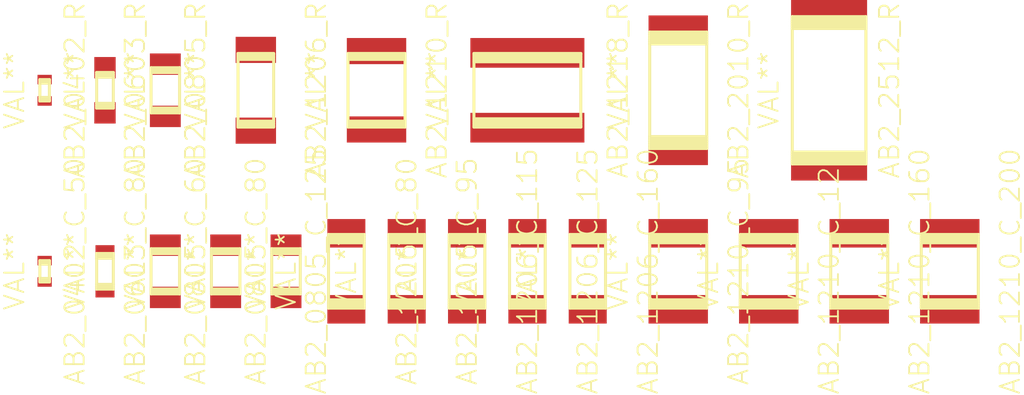
<source format=kicad_pcb>
(kicad_pcb (version 3) (host pcbnew "(2013-07-07 BZR 4022)-stable")

  (general
    (links 0)
    (no_connects 0)
    (area 8.1915 110.593012 302.9585 286.4485)
    (thickness 1.6)
    (drawings 0)
    (tracks 0)
    (zones 0)
    (modules 22)
    (nets 1)
  )

  (page A3)
  (layers
    (15 F.Cu signal)
    (0 B.Cu signal)
    (16 B.Adhes user)
    (17 F.Adhes user)
    (18 B.Paste user)
    (19 F.Paste user)
    (20 B.SilkS user)
    (21 F.SilkS user)
    (22 B.Mask user)
    (23 F.Mask user)
    (24 Dwgs.User user)
    (25 Cmts.User user)
    (26 Eco1.User user)
    (27 Eco2.User user)
    (28 Edge.Cuts user)
  )

  (setup
    (last_trace_width 0.254)
    (trace_clearance 0.254)
    (zone_clearance 0.1524)
    (zone_45_only no)
    (trace_min 0.254)
    (segment_width 0.2)
    (edge_width 0.1)
    (via_size 0.889)
    (via_drill 0.635)
    (via_min_size 0.889)
    (via_min_drill 0.508)
    (uvia_size 0.508)
    (uvia_drill 0.127)
    (uvias_allowed no)
    (uvia_min_size 0.508)
    (uvia_min_drill 0.127)
    (pcb_text_width 0.3)
    (pcb_text_size 1.5 1.5)
    (mod_edge_width 0.127)
    (mod_text_size 1 1)
    (mod_text_width 0.15)
    (pad_size 5.18 3.1)
    (pad_drill 0)
    (pad_to_mask_clearance 0)
    (aux_axis_origin 199.898 142.494)
    (visible_elements 7FFFFFFF)
    (pcbplotparams
      (layerselection 3178497)
      (usegerberextensions true)
      (excludeedgelayer true)
      (linewidth 0.150000)
      (plotframeref false)
      (viasonmask false)
      (mode 1)
      (useauxorigin false)
      (hpglpennumber 1)
      (hpglpenspeed 20)
      (hpglpendiameter 15)
      (hpglpenoverlay 2)
      (psnegative false)
      (psa4output false)
      (plotreference true)
      (plotvalue true)
      (plotothertext true)
      (plotinvisibletext false)
      (padsonsilk false)
      (subtractmaskfromsilk false)
      (outputformat 1)
      (mirror false)
      (drillshape 1)
      (scaleselection 1)
      (outputdirectory ""))
  )

  (net 0 "")

  (net_class Default "This is the default net class."
    (clearance 0.254)
    (trace_width 0.254)
    (via_dia 0.889)
    (via_drill 0.635)
    (uvia_dia 0.508)
    (uvia_drill 0.127)
    (add_net "")
  )

  (module AB2_0805_C_60 (layer F.Cu) (tedit 52937F64) (tstamp 529EEC46)
    (at 180.34 146.05 270)
    (fp_text reference AB2_0805_C_60 (at 0 -1.27 270) (layer F.SilkS)
      (effects (font (size 0.8128 0.8128) (thickness 0.0762)))
    )
    (fp_text value VAL** (at 0 1.27 270) (layer F.SilkS)
      (effects (font (size 0.8128 0.8128) (thickness 0.0762)))
    )
    (fp_line (start 0.85 0.6) (end 0.85 -0.6) (layer F.SilkS) (width 0.127))
    (fp_line (start 0.75 -0.6) (end 0.75 0.6) (layer F.SilkS) (width 0.127))
    (fp_line (start -0.85 0.6) (end -0.85 -0.6) (layer F.SilkS) (width 0.127))
    (fp_line (start -0.75 -0.6) (end -0.75 0.6) (layer F.SilkS) (width 0.127))
    (fp_line (start -0.95 -0.6) (end 0.95 -0.6) (layer F.SilkS) (width 0.127))
    (fp_line (start 0.95 -0.6) (end 0.95 0.6) (layer F.SilkS) (width 0.127))
    (fp_line (start 0.95 0.6) (end -0.95 0.6) (layer F.SilkS) (width 0.127))
    (fp_line (start -0.95 0.6) (end -0.95 -0.6) (layer F.SilkS) (width 0.127))
    (pad 1 smd rect (at -1.1 0 270) (size 0.9 1.3)
      (layers F.Cu F.Paste F.Mask)
    )
    (pad 2 smd rect (at 1.1 0 270) (size 0.9 1.3)
      (layers F.Cu F.Paste F.Mask)
    )
    (model ../3d_models/ab2_passive/AB2_0805_C_60.wrl
      (at (xyz 0 0 0))
      (scale (xyz 0.3937 0.3937 0.3937))
      (rotate (xyz 0 0 0))
    )
  )

  (module AB2_0805_R (layer F.Cu) (tedit 52A250DD) (tstamp 52A014AC)
    (at 180.34 138.43 270)
    (fp_text reference AB2_0805_R (at 0 -1.27 270) (layer F.SilkS)
      (effects (font (size 0.8128 0.8128) (thickness 0.0762)))
    )
    (fp_text value VAL** (at 0 1.27 270) (layer F.SilkS)
      (effects (font (size 0.8128 0.8128) (thickness 0.0762)))
    )
    (fp_line (start 0.85 0.6) (end 0.85 -0.6) (layer F.SilkS) (width 0.127))
    (fp_line (start 0.75 -0.6) (end 0.75 0.6) (layer F.SilkS) (width 0.127))
    (fp_line (start -0.85 0.6) (end -0.85 -0.6) (layer F.SilkS) (width 0.127))
    (fp_line (start -0.75 -0.6) (end -0.75 0.6) (layer F.SilkS) (width 0.127))
    (fp_line (start -0.95 -0.6) (end 0.95 -0.6) (layer F.SilkS) (width 0.127))
    (fp_line (start 0.95 -0.6) (end 0.95 0.6) (layer F.SilkS) (width 0.127))
    (fp_line (start 0.95 0.6) (end -0.95 0.6) (layer F.SilkS) (width 0.127))
    (fp_line (start -0.95 0.6) (end -0.95 -0.6) (layer F.SilkS) (width 0.127))
    (pad 1 smd rect (at -1.1 0 270) (size 0.9 1.3)
      (layers F.Cu F.Paste F.Mask)
    )
    (pad 2 smd rect (at 1.1 0 270) (size 0.9 1.3)
      (layers F.Cu F.Paste F.Mask)
    )
    (model ../3d_models/ab2_passive/AB2_0805_R.wrl
      (at (xyz 0 0 0))
      (scale (xyz 0.3937 0.3937 0.3937))
      (rotate (xyz 0 0 0))
    )
  )

  (module AB2_0805_C_125 (layer F.Cu) (tedit 52937F83) (tstamp 529F64E0)
    (at 185.42 146.05 270)
    (fp_text reference AB2_0805_C_125 (at 0 -1.27 270) (layer F.SilkS)
      (effects (font (size 0.8128 0.8128) (thickness 0.0762)))
    )
    (fp_text value VAL** (at 0 1.27 270) (layer F.SilkS)
      (effects (font (size 0.8128 0.8128) (thickness 0.0762)))
    )
    (fp_line (start 0.85 0.6) (end 0.85 -0.6) (layer F.SilkS) (width 0.127))
    (fp_line (start 0.75 -0.6) (end 0.75 0.6) (layer F.SilkS) (width 0.127))
    (fp_line (start -0.85 0.6) (end -0.85 -0.6) (layer F.SilkS) (width 0.127))
    (fp_line (start -0.75 -0.6) (end -0.75 0.6) (layer F.SilkS) (width 0.127))
    (fp_line (start -0.95 -0.6) (end 0.95 -0.6) (layer F.SilkS) (width 0.127))
    (fp_line (start 0.95 -0.6) (end 0.95 0.6) (layer F.SilkS) (width 0.127))
    (fp_line (start 0.95 0.6) (end -0.95 0.6) (layer F.SilkS) (width 0.127))
    (fp_line (start -0.95 0.6) (end -0.95 -0.6) (layer F.SilkS) (width 0.127))
    (pad 1 smd rect (at -1.1 0 270) (size 0.9 1.3)
      (layers F.Cu F.Paste F.Mask)
    )
    (pad 2 smd rect (at 1.1 0 270) (size 0.9 1.3)
      (layers F.Cu F.Paste F.Mask)
    )
    (model ../3d_models/ab2_passive/AB2_0805_C_125.wrl
      (at (xyz 0 0 0))
      (scale (xyz 0.3937 0.3937 0.3937))
      (rotate (xyz 0 0 0))
    )
  )

  (module AB2_0805_C_80 (layer F.Cu) (tedit 52937F78) (tstamp 529F2893)
    (at 182.88 146.05 270)
    (fp_text reference AB2_0805_C_80 (at 0 -1.27 270) (layer F.SilkS)
      (effects (font (size 0.8128 0.8128) (thickness 0.0762)))
    )
    (fp_text value VAL** (at 0 1.27 270) (layer F.SilkS)
      (effects (font (size 0.8128 0.8128) (thickness 0.0762)))
    )
    (fp_line (start 0.85 0.6) (end 0.85 -0.6) (layer F.SilkS) (width 0.127))
    (fp_line (start 0.75 -0.6) (end 0.75 0.6) (layer F.SilkS) (width 0.127))
    (fp_line (start -0.85 0.6) (end -0.85 -0.6) (layer F.SilkS) (width 0.127))
    (fp_line (start -0.75 -0.6) (end -0.75 0.6) (layer F.SilkS) (width 0.127))
    (fp_line (start -0.95 -0.6) (end 0.95 -0.6) (layer F.SilkS) (width 0.127))
    (fp_line (start 0.95 -0.6) (end 0.95 0.6) (layer F.SilkS) (width 0.127))
    (fp_line (start 0.95 0.6) (end -0.95 0.6) (layer F.SilkS) (width 0.127))
    (fp_line (start -0.95 0.6) (end -0.95 -0.6) (layer F.SilkS) (width 0.127))
    (pad 1 smd rect (at -1.1 0 270) (size 0.9 1.3)
      (layers F.Cu F.Paste F.Mask)
    )
    (pad 2 smd rect (at 1.1 0 270) (size 0.9 1.3)
      (layers F.Cu F.Paste F.Mask)
    )
    (model ../3d_models/ab2_passive/AB2_0805_C_80.wrl
      (at (xyz 0 0 0))
      (scale (xyz 0.3937 0.3937 0.3937))
      (rotate (xyz 0 0 0))
    )
  )

  (module AB2_2512_R (layer F.Cu) (tedit 52A7622C) (tstamp 52A20136)
    (at 208.28 138.43 270)
    (fp_text reference AB2_2512_R (at 0 -2.54 270) (layer F.SilkS)
      (effects (font (size 0.8128 0.8128) (thickness 0.0762)))
    )
    (fp_text value VAL** (at 0 2.54 270) (layer F.SilkS)
      (effects (font (size 0.8128 0.8128) (thickness 0.0762)))
    )
    (fp_line (start 3 1.55) (end 3 -1.55) (layer F.SilkS) (width 0.127))
    (fp_line (start 2.9 -1.55) (end 2.9 1.55) (layer F.SilkS) (width 0.127))
    (fp_line (start 2.8 1.55) (end 2.8 -1.55) (layer F.SilkS) (width 0.127))
    (fp_line (start 2.7 -1.55) (end 2.7 1.55) (layer F.SilkS) (width 0.127))
    (fp_line (start 2.6 1.55) (end 2.6 -1.55) (layer F.SilkS) (width 0.127))
    (fp_line (start -3 -1.55) (end -3 1.55) (layer F.SilkS) (width 0.127))
    (fp_line (start -2.9 1.55) (end -2.9 -1.55) (layer F.SilkS) (width 0.127))
    (fp_line (start -2.8 -1.55) (end -2.8 1.55) (layer F.SilkS) (width 0.127))
    (fp_line (start -2.7 1.55) (end -2.7 -1.55) (layer F.SilkS) (width 0.127))
    (fp_line (start -2.6 -1.55) (end -2.6 1.55) (layer F.SilkS) (width 0.127))
    (fp_line (start -3.1 -1.55) (end 3.1 -1.55) (layer F.SilkS) (width 0.127))
    (fp_line (start 3.1 -1.55) (end 3.1 1.55) (layer F.SilkS) (width 0.127))
    (fp_line (start 3.1 1.55) (end -3.1 1.55) (layer F.SilkS) (width 0.127))
    (fp_line (start -3.1 1.55) (end -3.1 -1.55) (layer F.SilkS) (width 0.127))
    (pad 1 smd rect (at -3.2 0 270) (size 1.2 3.2)
      (layers F.Cu F.Paste F.Mask)
    )
    (pad 2 smd rect (at 3.2 0 270) (size 1.2 3.2)
      (layers F.Cu F.Paste F.Mask)
    )
    (model ../3d_models/ab2_passive/AB2_2512_R.wrl
      (at (xyz 0 0 0))
      (scale (xyz 0.3937 0.3937 0.3937))
      (rotate (xyz 0 0 0))
    )
  )

  (module AB2_2010_R (layer F.Cu) (tedit 52A7616F) (tstamp 52A1BC66)
    (at 201.93 138.43 270)
    (fp_text reference AB2_2010_R (at 0 -2.54 270) (layer F.SilkS)
      (effects (font (size 0.8128 0.8128) (thickness 0.0762)))
    )
    (fp_text value VAL** (at 0 2.54 270) (layer F.SilkS)
      (effects (font (size 0.8128 0.8128) (thickness 0.0762)))
    )
    (fp_line (start 2.35 1.2) (end 2.35 -1.2) (layer F.SilkS) (width 0.127))
    (fp_line (start 2.25 -1.2) (end 2.25 1.2) (layer F.SilkS) (width 0.127))
    (fp_line (start 2.15 1.2) (end 2.15 -1.2) (layer F.SilkS) (width 0.127))
    (fp_line (start 2.05 -1.2) (end 2.05 1.2) (layer F.SilkS) (width 0.127))
    (fp_line (start 1.95 1.2) (end 1.95 -1.2) (layer F.SilkS) (width 0.127))
    (fp_line (start -2.35 1.2) (end -2.35 -1.2) (layer F.SilkS) (width 0.127))
    (fp_line (start -2.25 -1.2) (end -2.25 1.2) (layer F.SilkS) (width 0.127))
    (fp_line (start -2.15 1.2) (end -2.15 -1.2) (layer F.SilkS) (width 0.127))
    (fp_line (start -2.05 -1.2) (end -2.05 1.2) (layer F.SilkS) (width 0.127))
    (fp_line (start -1.95 1.2) (end -1.95 -1.2) (layer F.SilkS) (width 0.127))
    (fp_line (start -2.45 -1.2) (end 2.45 -1.2) (layer F.SilkS) (width 0.127))
    (fp_line (start 2.45 -1.2) (end 2.45 1.2) (layer F.SilkS) (width 0.127))
    (fp_line (start 2.45 1.2) (end -2.45 1.2) (layer F.SilkS) (width 0.127))
    (fp_line (start -2.45 1.2) (end -2.45 -1.2) (layer F.SilkS) (width 0.127))
    (pad 1 smd rect (at -2.55 0 270) (size 1.2 2.5)
      (layers F.Cu F.Paste F.Mask)
    )
    (pad 2 smd rect (at 2.55 0 270) (size 1.2 2.5)
      (layers F.Cu F.Paste F.Mask)
    )
    (model ../3d_models/ab2_passive/AB2_2010_R.wrl
      (at (xyz 0 0 0))
      (scale (xyz 0.3937 0.3937 0.3937))
      (rotate (xyz 0 0 0))
    )
  )

  (module AB2_1206_R (layer F.Cu) (tedit 52A76074) (tstamp 52A21A3D)
    (at 184.15 138.43 270)
    (fp_text reference AB2_1206_R (at 0 -2.54 270) (layer F.SilkS)
      (effects (font (size 0.8128 0.8128) (thickness 0.0762)))
    )
    (fp_text value VAL** (at 0 2.54 270) (layer F.SilkS)
      (effects (font (size 0.8128 0.8128) (thickness 0.0762)))
    )
    (fp_line (start 1.5 0.75) (end 1.5 -0.75) (layer F.SilkS) (width 0.127))
    (fp_line (start 1.4 -0.75) (end 1.4 0.75) (layer F.SilkS) (width 0.127))
    (fp_line (start 1.3 0.75) (end 1.3 -0.75) (layer F.SilkS) (width 0.127))
    (fp_line (start -1.5 0.75) (end -1.5 -0.75) (layer F.SilkS) (width 0.127))
    (fp_line (start -1.4 -0.75) (end -1.4 0.75) (layer F.SilkS) (width 0.127))
    (fp_line (start -1.3 0.75) (end -1.3 -0.75) (layer F.SilkS) (width 0.127))
    (fp_line (start -1.55 -0.75) (end 1.55 -0.75) (layer F.SilkS) (width 0.127))
    (fp_line (start 1.55 -0.75) (end 1.55 0.75) (layer F.SilkS) (width 0.127))
    (fp_line (start 1.55 0.75) (end -1.55 0.75) (layer F.SilkS) (width 0.127))
    (fp_line (start -1.55 0.75) (end -1.55 -0.75) (layer F.SilkS) (width 0.127))
    (pad 1 smd rect (at -1.7 0 270) (size 1.1 1.7)
      (layers F.Cu F.Paste F.Mask)
    )
    (pad 2 smd rect (at 1.7 0 270) (size 1.1 1.7)
      (layers F.Cu F.Paste F.Mask)
    )
    (model ../3d_models/ab2_passive/AB2_1206_R.wrl
      (at (xyz 0 0 0))
      (scale (xyz 0.3937 0.3937 0.3937))
      (rotate (xyz 0 0 0))
    )
  )

  (module AB2_1210_R (layer F.Cu) (tedit 52A7603D) (tstamp 52A13137)
    (at 189.23 138.43 270)
    (fp_text reference AB2_1210_R (at 0 -2.54 270) (layer F.SilkS)
      (effects (font (size 0.8128 0.8128) (thickness 0.0762)))
    )
    (fp_text value VAL** (at 0 2.54 270) (layer F.SilkS)
      (effects (font (size 0.8128 0.8128) (thickness 0.0762)))
    )
    (fp_line (start 1.5 -1.2) (end 1.5 1.2) (layer F.SilkS) (width 0.127))
    (fp_line (start 1.4 1.2) (end 1.4 -1.2) (layer F.SilkS) (width 0.127))
    (fp_line (start 1.3 -1.2) (end 1.3 1.2) (layer F.SilkS) (width 0.127))
    (fp_line (start -1.5 -1.2) (end -1.5 1.2) (layer F.SilkS) (width 0.127))
    (fp_line (start -1.4 1.2) (end -1.4 -1.2) (layer F.SilkS) (width 0.127))
    (fp_line (start -1.3 -1.2) (end -1.3 1.2) (layer F.SilkS) (width 0.127))
    (fp_line (start -1.55 -1.2) (end 1.55 -1.2) (layer F.SilkS) (width 0.127))
    (fp_line (start 1.55 -1.2) (end 1.55 1.2) (layer F.SilkS) (width 0.127))
    (fp_line (start 1.55 1.2) (end -1.55 1.2) (layer F.SilkS) (width 0.127))
    (fp_line (start -1.55 1.2) (end -1.55 -1.2) (layer F.SilkS) (width 0.127))
    (pad 1 smd rect (at -1.65 0 270) (size 1.1 2.5)
      (layers F.Cu F.Paste F.Mask)
    )
    (pad 2 smd rect (at 1.65 0 270) (size 1.1 2.5)
      (layers F.Cu F.Paste F.Mask)
    )
    (model ../3d_models/ab2_passive/AB2_1210_R.wrl
      (at (xyz 0 0 0))
      (scale (xyz 0.3937 0.3937 0.3937))
      (rotate (xyz 0 0 0))
    )
  )

  (module AB2_1210_C_95 (layer F.Cu) (tedit 52A75FF2) (tstamp 52A2D845)
    (at 201.93 146.05 270)
    (fp_text reference AB2_1210_C_95 (at 0 -2.54 270) (layer F.SilkS)
      (effects (font (size 0.8128 0.8128) (thickness 0.0762)))
    )
    (fp_text value VAL** (at 0 2.54 270) (layer F.SilkS)
      (effects (font (size 0.8128 0.8128) (thickness 0.0762)))
    )
    (fp_line (start 1.5 -1.2) (end 1.5 1.2) (layer F.SilkS) (width 0.127))
    (fp_line (start 1.4 1.2) (end 1.4 -1.2) (layer F.SilkS) (width 0.127))
    (fp_line (start 1.3 -1.2) (end 1.3 1.2) (layer F.SilkS) (width 0.127))
    (fp_line (start 1.2 1.2) (end 1.2 -1.2) (layer F.SilkS) (width 0.127))
    (fp_line (start -1.5 -1.2) (end -1.5 1.2) (layer F.SilkS) (width 0.127))
    (fp_line (start -1.4 1.2) (end -1.4 -1.2) (layer F.SilkS) (width 0.127))
    (fp_line (start -1.3 -1.2) (end -1.3 1.2) (layer F.SilkS) (width 0.127))
    (fp_line (start -1.2 1.2) (end -1.2 -1.2) (layer F.SilkS) (width 0.127))
    (fp_line (start -1.55 -1.2) (end 1.55 -1.2) (layer F.SilkS) (width 0.127))
    (fp_line (start 1.55 -1.2) (end 1.55 1.2) (layer F.SilkS) (width 0.127))
    (fp_line (start 1.55 1.2) (end -1.55 1.2) (layer F.SilkS) (width 0.127))
    (fp_line (start -1.55 1.2) (end -1.55 -1.2) (layer F.SilkS) (width 0.127))
    (pad 1 smd rect (at -1.6 0 270) (size 1.2 2.5)
      (layers F.Cu F.Paste F.Mask)
    )
    (pad 2 smd rect (at 1.6 0 270) (size 1.2 2.5)
      (layers F.Cu F.Paste F.Mask)
    )
    (model ../3d_models/ab2_passive/AB2_1210_C_95.wrl
      (at (xyz 0 0 0))
      (scale (xyz 0.3937 0.3937 0.3937))
      (rotate (xyz 0 0 0))
    )
  )

  (module AB2_1210_C_125 (layer F.Cu) (tedit 52A75FD9) (tstamp 52A314D4)
    (at 205.74 146.05 270)
    (fp_text reference AB2_1210_C_125 (at 0 -2.54 270) (layer F.SilkS)
      (effects (font (size 0.8128 0.8128) (thickness 0.0762)))
    )
    (fp_text value VAL** (at 0 2.54 270) (layer F.SilkS)
      (effects (font (size 0.8128 0.8128) (thickness 0.0762)))
    )
    (fp_line (start 1.5 -1.2) (end 1.5 1.2) (layer F.SilkS) (width 0.127))
    (fp_line (start 1.4 1.2) (end 1.4 -1.2) (layer F.SilkS) (width 0.127))
    (fp_line (start 1.3 -1.2) (end 1.3 1.2) (layer F.SilkS) (width 0.127))
    (fp_line (start 1.2 1.2) (end 1.2 -1.2) (layer F.SilkS) (width 0.127))
    (fp_line (start -1.5 -1.2) (end -1.5 1.2) (layer F.SilkS) (width 0.127))
    (fp_line (start -1.4 1.2) (end -1.4 -1.2) (layer F.SilkS) (width 0.127))
    (fp_line (start -1.3 -1.2) (end -1.3 1.2) (layer F.SilkS) (width 0.127))
    (fp_line (start -1.2 1.2) (end -1.2 -1.2) (layer F.SilkS) (width 0.127))
    (fp_line (start -1.55 -1.2) (end 1.55 -1.2) (layer F.SilkS) (width 0.127))
    (fp_line (start 1.55 -1.2) (end 1.55 1.2) (layer F.SilkS) (width 0.127))
    (fp_line (start 1.55 1.2) (end -1.55 1.2) (layer F.SilkS) (width 0.127))
    (fp_line (start -1.55 1.2) (end -1.55 -1.2) (layer F.SilkS) (width 0.127))
    (pad 1 smd rect (at -1.6 0 270) (size 1.2 2.5)
      (layers F.Cu F.Paste F.Mask)
    )
    (pad 2 smd rect (at 1.6 0 270) (size 1.2 2.5)
      (layers F.Cu F.Paste F.Mask)
    )
    (model ../3d_models/ab2_passive/AB2_1210_C_125.wrl
      (at (xyz 0 0 0))
      (scale (xyz 0.3937 0.3937 0.3937))
      (rotate (xyz 0 0 0))
    )
  )

  (module AB2_1210_C_160 (layer F.Cu) (tedit 52A75FCF) (tstamp 52A35163)
    (at 209.55 146.05 270)
    (fp_text reference AB2_1210_C_160 (at 0 -2.54 270) (layer F.SilkS)
      (effects (font (size 0.8128 0.8128) (thickness 0.0762)))
    )
    (fp_text value VAL** (at 0 2.54 270) (layer F.SilkS)
      (effects (font (size 0.8128 0.8128) (thickness 0.0762)))
    )
    (fp_line (start 1.5 -1.2) (end 1.5 1.2) (layer F.SilkS) (width 0.127))
    (fp_line (start 1.4 1.2) (end 1.4 -1.2) (layer F.SilkS) (width 0.127))
    (fp_line (start 1.3 -1.2) (end 1.3 1.2) (layer F.SilkS) (width 0.127))
    (fp_line (start 1.2 1.2) (end 1.2 -1.2) (layer F.SilkS) (width 0.127))
    (fp_line (start -1.5 -1.2) (end -1.5 1.2) (layer F.SilkS) (width 0.127))
    (fp_line (start -1.4 1.2) (end -1.4 -1.2) (layer F.SilkS) (width 0.127))
    (fp_line (start -1.3 -1.2) (end -1.3 1.2) (layer F.SilkS) (width 0.127))
    (fp_line (start -1.2 1.2) (end -1.2 -1.2) (layer F.SilkS) (width 0.127))
    (fp_line (start -1.55 -1.2) (end 1.55 -1.2) (layer F.SilkS) (width 0.127))
    (fp_line (start 1.55 -1.2) (end 1.55 1.2) (layer F.SilkS) (width 0.127))
    (fp_line (start 1.55 1.2) (end -1.55 1.2) (layer F.SilkS) (width 0.127))
    (fp_line (start -1.55 1.2) (end -1.55 -1.2) (layer F.SilkS) (width 0.127))
    (pad 1 smd rect (at -1.6 0 270) (size 1.2 2.5)
      (layers F.Cu F.Paste F.Mask)
    )
    (pad 2 smd rect (at 1.6 0 270) (size 1.2 2.5)
      (layers F.Cu F.Paste F.Mask)
    )
    (model ../3d_models/ab2_passive/AB2_1210_C_160.wrl
      (at (xyz 0 0 0))
      (scale (xyz 0.3937 0.3937 0.3937))
      (rotate (xyz 0 0 0))
    )
  )

  (module AB2_1210_C_200 (layer F.Cu) (tedit 52A75FC4) (tstamp 52A38DF2)
    (at 213.36 146.05 270)
    (fp_text reference AB2_1210_C_200 (at 0 -2.54 270) (layer F.SilkS)
      (effects (font (size 0.8128 0.8128) (thickness 0.0762)))
    )
    (fp_text value VAL** (at 0 2.54 270) (layer F.SilkS)
      (effects (font (size 0.8128 0.8128) (thickness 0.0762)))
    )
    (fp_line (start 1.5 -1.2) (end 1.5 1.2) (layer F.SilkS) (width 0.127))
    (fp_line (start 1.4 1.2) (end 1.4 -1.2) (layer F.SilkS) (width 0.127))
    (fp_line (start 1.3 -1.2) (end 1.3 1.2) (layer F.SilkS) (width 0.127))
    (fp_line (start 1.2 1.2) (end 1.2 -1.2) (layer F.SilkS) (width 0.127))
    (fp_line (start -1.5 -1.2) (end -1.5 1.2) (layer F.SilkS) (width 0.127))
    (fp_line (start -1.4 1.2) (end -1.4 -1.2) (layer F.SilkS) (width 0.127))
    (fp_line (start -1.3 -1.2) (end -1.3 1.2) (layer F.SilkS) (width 0.127))
    (fp_line (start -1.2 1.2) (end -1.2 -1.2) (layer F.SilkS) (width 0.127))
    (fp_line (start -1.55 -1.2) (end 1.55 -1.2) (layer F.SilkS) (width 0.127))
    (fp_line (start 1.55 -1.2) (end 1.55 1.2) (layer F.SilkS) (width 0.127))
    (fp_line (start 1.55 1.2) (end -1.55 1.2) (layer F.SilkS) (width 0.127))
    (fp_line (start -1.55 1.2) (end -1.55 -1.2) (layer F.SilkS) (width 0.127))
    (pad 1 smd rect (at -1.6 0 270) (size 1.2 2.5)
      (layers F.Cu F.Paste F.Mask)
    )
    (pad 2 smd rect (at 1.6 0 270) (size 1.2 2.5)
      (layers F.Cu F.Paste F.Mask)
    )
    (model ../3d_models/ab2_passive/AB2_1210_C_200.wrl
      (at (xyz 0 0 0))
      (scale (xyz 0.3937 0.3937 0.3937))
      (rotate (xyz 0 0 0))
    )
  )

  (module AB2_1218_R (layer F.Cu) (tedit 52A75F66) (tstamp 52A17F11)
    (at 195.58 138.43 270)
    (fp_text reference AB2_1218_R (at 0 -3.81 270) (layer F.SilkS)
      (effects (font (size 0.8128 0.8128) (thickness 0.0762)))
    )
    (fp_text value VAL** (at 0 3.81 270) (layer F.SilkS)
      (effects (font (size 0.8128 0.8128) (thickness 0.0762)))
    )
    (fp_line (start 1.5 2.25) (end 1.5 -2.25) (layer F.SilkS) (width 0.127))
    (fp_line (start 1.4 -2.25) (end 1.4 2.25) (layer F.SilkS) (width 0.127))
    (fp_line (start 1.3 2.25) (end 1.3 -2.25) (layer F.SilkS) (width 0.127))
    (fp_line (start 1.2 -2.25) (end 1.2 2.25) (layer F.SilkS) (width 0.127))
    (fp_line (start -1.5 -2.25) (end -1.5 2.25) (layer F.SilkS) (width 0.127))
    (fp_line (start -1.4 2.25) (end -1.4 -2.25) (layer F.SilkS) (width 0.127))
    (fp_line (start -1.3 -2.25) (end -1.3 2.25) (layer F.SilkS) (width 0.127))
    (fp_line (start -1.2 2.25) (end -1.2 -2.25) (layer F.SilkS) (width 0.127))
    (fp_line (start -1.55 -2.25) (end 1.55 -2.25) (layer F.SilkS) (width 0.127))
    (fp_line (start 1.55 -2.25) (end 1.55 2.25) (layer F.SilkS) (width 0.127))
    (fp_line (start 1.55 2.25) (end -1.55 2.25) (layer F.SilkS) (width 0.127))
    (fp_line (start -1.55 2.25) (end -1.55 -2.25) (layer F.SilkS) (width 0.127))
    (pad 1 smd rect (at -1.575 0 270) (size 1.25 4.8)
      (layers F.Cu F.Paste F.Mask)
    )
    (pad 2 smd rect (at 1.575 0 270) (size 1.25 4.8)
      (layers F.Cu F.Paste F.Mask)
    )
    (model ../3d_models/ab2_passive/AB2_1218_R.wrl
      (at (xyz 0 0 0))
      (scale (xyz 0.3937 0.3937 0.3937))
      (rotate (xyz 0 0 0))
    )
  )

  (module AB2_1206_C_160 (layer F.Cu) (tedit 529D064B) (tstamp 52A270BC)
    (at 198.12 146.05 270)
    (fp_text reference AB2_1206_C_160 (at 0 -2.54 270) (layer F.SilkS)
      (effects (font (size 0.8128 0.8128) (thickness 0.0762)))
    )
    (fp_text value VAL** (at 0 2.54 270) (layer F.SilkS)
      (effects (font (size 0.8128 0.8128) (thickness 0.0762)))
    )
    (fp_line (start 1.5 0.75) (end 1.5 -0.75) (layer F.SilkS) (width 0.127))
    (fp_line (start 1.4 -0.75) (end 1.4 0.75) (layer F.SilkS) (width 0.127))
    (fp_line (start 1.3 0.75) (end 1.3 -0.75) (layer F.SilkS) (width 0.127))
    (fp_line (start 1.2 -0.75) (end 1.2 0.75) (layer F.SilkS) (width 0.127))
    (fp_line (start -1.5 0.75) (end -1.5 -0.75) (layer F.SilkS) (width 0.127))
    (fp_line (start -1.4 -0.75) (end -1.4 0.75) (layer F.SilkS) (width 0.127))
    (fp_line (start -1.3 0.75) (end -1.3 -0.75) (layer F.SilkS) (width 0.127))
    (fp_line (start -1.2 -0.75) (end -1.2 0.75) (layer F.SilkS) (width 0.127))
    (fp_line (start -1.55 -0.75) (end 1.55 -0.75) (layer F.SilkS) (width 0.127))
    (fp_line (start 1.55 -0.75) (end 1.55 0.75) (layer F.SilkS) (width 0.127))
    (fp_line (start 1.55 0.75) (end -1.55 0.75) (layer F.SilkS) (width 0.127))
    (fp_line (start -1.55 0.75) (end -1.55 -0.75) (layer F.SilkS) (width 0.127))
    (pad 1 smd rect (at -1.6 0 270) (size 1.2 1.6)
      (layers F.Cu F.Paste F.Mask)
    )
    (pad 2 smd rect (at 1.6 0 270) (size 1.2 1.6)
      (layers F.Cu F.Paste F.Mask)
    )
    (model ../3d_models/ab2_passive/AB2_1206_C_160.wrl
      (at (xyz 0 0 0))
      (scale (xyz 0.3937 0.3937 0.3937))
      (rotate (xyz 0 0 0))
    )
  )

  (module AB2_1206_C_125 (layer F.Cu) (tedit 529D0639) (tstamp 52A23450)
    (at 195.58 146.05 270)
    (fp_text reference AB2_1206_C_125 (at 0 -2.54 270) (layer F.SilkS)
      (effects (font (size 0.8128 0.8128) (thickness 0.0762)))
    )
    (fp_text value VAL** (at 0 2.54 270) (layer F.SilkS)
      (effects (font (size 0.8128 0.8128) (thickness 0.0762)))
    )
    (fp_line (start 1.5 0.75) (end 1.5 -0.75) (layer F.SilkS) (width 0.127))
    (fp_line (start 1.4 -0.75) (end 1.4 0.75) (layer F.SilkS) (width 0.127))
    (fp_line (start 1.3 0.75) (end 1.3 -0.75) (layer F.SilkS) (width 0.127))
    (fp_line (start 1.2 -0.75) (end 1.2 0.75) (layer F.SilkS) (width 0.127))
    (fp_line (start -1.5 0.75) (end -1.5 -0.75) (layer F.SilkS) (width 0.127))
    (fp_line (start -1.4 -0.75) (end -1.4 0.75) (layer F.SilkS) (width 0.127))
    (fp_line (start -1.3 0.75) (end -1.3 -0.75) (layer F.SilkS) (width 0.127))
    (fp_line (start -1.2 -0.75) (end -1.2 0.75) (layer F.SilkS) (width 0.127))
    (fp_line (start -1.55 -0.75) (end 1.55 -0.75) (layer F.SilkS) (width 0.127))
    (fp_line (start 1.55 -0.75) (end 1.55 0.75) (layer F.SilkS) (width 0.127))
    (fp_line (start 1.55 0.75) (end -1.55 0.75) (layer F.SilkS) (width 0.127))
    (fp_line (start -1.55 0.75) (end -1.55 -0.75) (layer F.SilkS) (width 0.127))
    (pad 1 smd rect (at -1.6 0 270) (size 1.2 1.6)
      (layers F.Cu F.Paste F.Mask)
    )
    (pad 2 smd rect (at 1.6 0 270) (size 1.2 1.6)
      (layers F.Cu F.Paste F.Mask)
    )
    (model ../3d_models/ab2_passive/AB2_1206_C_125.wrl
      (at (xyz 0 0 0))
      (scale (xyz 0.3937 0.3937 0.3937))
      (rotate (xyz 0 0 0))
    )
  )

  (module AB2_1206_C_115 (layer F.Cu) (tedit 529D0628) (tstamp 52A1F7E4)
    (at 193.04 146.05 270)
    (fp_text reference AB2_1206_C_115 (at 0 -2.54 270) (layer F.SilkS)
      (effects (font (size 0.8128 0.8128) (thickness 0.0762)))
    )
    (fp_text value VAL** (at 0 2.54 270) (layer F.SilkS)
      (effects (font (size 0.8128 0.8128) (thickness 0.0762)))
    )
    (fp_line (start 1.5 0.75) (end 1.5 -0.75) (layer F.SilkS) (width 0.127))
    (fp_line (start 1.4 -0.75) (end 1.4 0.75) (layer F.SilkS) (width 0.127))
    (fp_line (start 1.3 0.75) (end 1.3 -0.75) (layer F.SilkS) (width 0.127))
    (fp_line (start 1.2 -0.75) (end 1.2 0.75) (layer F.SilkS) (width 0.127))
    (fp_line (start -1.5 0.75) (end -1.5 -0.75) (layer F.SilkS) (width 0.127))
    (fp_line (start -1.4 -0.75) (end -1.4 0.75) (layer F.SilkS) (width 0.127))
    (fp_line (start -1.3 0.75) (end -1.3 -0.75) (layer F.SilkS) (width 0.127))
    (fp_line (start -1.2 -0.75) (end -1.2 0.75) (layer F.SilkS) (width 0.127))
    (fp_line (start -1.55 -0.75) (end 1.55 -0.75) (layer F.SilkS) (width 0.127))
    (fp_line (start 1.55 -0.75) (end 1.55 0.75) (layer F.SilkS) (width 0.127))
    (fp_line (start 1.55 0.75) (end -1.55 0.75) (layer F.SilkS) (width 0.127))
    (fp_line (start -1.55 0.75) (end -1.55 -0.75) (layer F.SilkS) (width 0.127))
    (pad 1 smd rect (at -1.6 0 270) (size 1.2 1.6)
      (layers F.Cu F.Paste F.Mask)
    )
    (pad 2 smd rect (at 1.6 0 270) (size 1.2 1.6)
      (layers F.Cu F.Paste F.Mask)
    )
    (model ../3d_models/ab2_passive/AB2_1206_C_115.wrl
      (at (xyz 0 0 0))
      (scale (xyz 0.3937 0.3937 0.3937))
      (rotate (xyz 0 0 0))
    )
  )

  (module AB2_1206_C_95 (layer F.Cu) (tedit 529D0620) (tstamp 52A1BB78)
    (at 190.5 146.05 270)
    (fp_text reference AB2_1206_C_95 (at 0 -2.54 270) (layer F.SilkS)
      (effects (font (size 0.8128 0.8128) (thickness 0.0762)))
    )
    (fp_text value VAL** (at 0 2.54 270) (layer F.SilkS)
      (effects (font (size 0.8128 0.8128) (thickness 0.0762)))
    )
    (fp_line (start 1.5 0.75) (end 1.5 -0.75) (layer F.SilkS) (width 0.127))
    (fp_line (start 1.4 -0.75) (end 1.4 0.75) (layer F.SilkS) (width 0.127))
    (fp_line (start 1.3 0.75) (end 1.3 -0.75) (layer F.SilkS) (width 0.127))
    (fp_line (start 1.2 -0.75) (end 1.2 0.75) (layer F.SilkS) (width 0.127))
    (fp_line (start -1.5 0.75) (end -1.5 -0.75) (layer F.SilkS) (width 0.127))
    (fp_line (start -1.4 -0.75) (end -1.4 0.75) (layer F.SilkS) (width 0.127))
    (fp_line (start -1.3 0.75) (end -1.3 -0.75) (layer F.SilkS) (width 0.127))
    (fp_line (start -1.2 -0.75) (end -1.2 0.75) (layer F.SilkS) (width 0.127))
    (fp_line (start -1.55 -0.75) (end 1.55 -0.75) (layer F.SilkS) (width 0.127))
    (fp_line (start 1.55 -0.75) (end 1.55 0.75) (layer F.SilkS) (width 0.127))
    (fp_line (start 1.55 0.75) (end -1.55 0.75) (layer F.SilkS) (width 0.127))
    (fp_line (start -1.55 0.75) (end -1.55 -0.75) (layer F.SilkS) (width 0.127))
    (pad 1 smd rect (at -1.6 0 270) (size 1.2 1.6)
      (layers F.Cu F.Paste F.Mask)
    )
    (pad 2 smd rect (at 1.6 0 270) (size 1.2 1.6)
      (layers F.Cu F.Paste F.Mask)
    )
    (model ../3d_models/ab2_passive/AB2_1206_C_95.wrl
      (at (xyz 0 0 0))
      (scale (xyz 0.3937 0.3937 0.3937))
      (rotate (xyz 0 0 0))
    )
  )

  (module AB2_1206_C_80 (layer F.Cu) (tedit 529D060F) (tstamp 52A17F0C)
    (at 187.96 146.05 270)
    (fp_text reference AB2_1206_C_80 (at 0 -2.54 270) (layer F.SilkS)
      (effects (font (size 0.8128 0.8128) (thickness 0.0762)))
    )
    (fp_text value VAL** (at 0 2.54 270) (layer F.SilkS)
      (effects (font (size 0.8128 0.8128) (thickness 0.0762)))
    )
    (fp_line (start 1.5 0.75) (end 1.5 -0.75) (layer F.SilkS) (width 0.127))
    (fp_line (start 1.4 -0.75) (end 1.4 0.75) (layer F.SilkS) (width 0.127))
    (fp_line (start 1.3 0.75) (end 1.3 -0.75) (layer F.SilkS) (width 0.127))
    (fp_line (start 1.2 -0.75) (end 1.2 0.75) (layer F.SilkS) (width 0.127))
    (fp_line (start -1.5 0.75) (end -1.5 -0.75) (layer F.SilkS) (width 0.127))
    (fp_line (start -1.4 -0.75) (end -1.4 0.75) (layer F.SilkS) (width 0.127))
    (fp_line (start -1.3 0.75) (end -1.3 -0.75) (layer F.SilkS) (width 0.127))
    (fp_line (start -1.2 -0.75) (end -1.2 0.75) (layer F.SilkS) (width 0.127))
    (fp_line (start -1.55 -0.75) (end 1.55 -0.75) (layer F.SilkS) (width 0.127))
    (fp_line (start 1.55 -0.75) (end 1.55 0.75) (layer F.SilkS) (width 0.127))
    (fp_line (start 1.55 0.75) (end -1.55 0.75) (layer F.SilkS) (width 0.127))
    (fp_line (start -1.55 0.75) (end -1.55 -0.75) (layer F.SilkS) (width 0.127))
    (pad 1 smd rect (at -1.6 0 270) (size 1.2 1.6)
      (layers F.Cu F.Paste F.Mask)
    )
    (pad 2 smd rect (at 1.6 0 270) (size 1.2 1.6)
      (layers F.Cu F.Paste F.Mask)
    )
    (model ../3d_models/ab2_passive/AB2_1206_C_80.wrl
      (at (xyz 0 0 0))
      (scale (xyz 0.3937 0.3937 0.3937))
      (rotate (xyz 0 0 0))
    )
  )

  (module AB2_0402_C_50 (layer F.Cu) (tedit 529D17C5) (tstamp 52A10620)
    (at 175.26 146.05 270)
    (fp_text reference AB2_0402_C_50 (at 0 -1.27 270) (layer F.SilkS)
      (effects (font (size 0.8128 0.8128) (thickness 0.0762)))
    )
    (fp_text value VAL** (at 0 1.27 270) (layer F.SilkS)
      (effects (font (size 0.8128 0.8128) (thickness 0.0762)))
    )
    (fp_line (start 0.4 0.2) (end 0.4 -0.2) (layer F.SilkS) (width 0.127))
    (fp_line (start 0.3 -0.2) (end 0.3 0.2) (layer F.SilkS) (width 0.127))
    (fp_line (start -0.4 0.2) (end -0.4 -0.2) (layer F.SilkS) (width 0.127))
    (fp_line (start -0.3 -0.2) (end -0.3 0.2) (layer F.SilkS) (width 0.127))
    (fp_line (start -0.45 -0.2) (end 0.45 -0.2) (layer F.SilkS) (width 0.127))
    (fp_line (start 0.45 -0.2) (end 0.45 0.2) (layer F.SilkS) (width 0.127))
    (fp_line (start 0.45 0.2) (end -0.45 0.2) (layer F.SilkS) (width 0.127))
    (fp_line (start -0.45 0.2) (end -0.45 -0.2) (layer F.SilkS) (width 0.127))
    (pad 1 smd rect (at -0.45 0 270) (size 0.4 0.6)
      (layers F.Cu F.Paste F.Mask)
    )
    (pad 2 smd rect (at 0.45 0 270) (size 0.4 0.6)
      (layers F.Cu F.Paste F.Mask)
    )
    (model ../3d_models/ab2_passive/AB2_0402_C_50.wrl
      (at (xyz 0 0 0))
      (scale (xyz 0.3937 0.3937 0.3937))
      (rotate (xyz 0 0 0))
    )
  )

  (module AB2_0402_R (layer F.Cu) (tedit 52A25306) (tstamp 529F9C5E)
    (at 175.26 138.43 270)
    (fp_text reference AB2_0402_R (at 0 -1.27 270) (layer F.SilkS)
      (effects (font (size 0.8128 0.8128) (thickness 0.0762)))
    )
    (fp_text value VAL** (at 0 1.27 270) (layer F.SilkS)
      (effects (font (size 0.8128 0.8128) (thickness 0.0762)))
    )
    (fp_line (start 0.4 0.2) (end 0.4 -0.2) (layer F.SilkS) (width 0.127))
    (fp_line (start 0.3 -0.2) (end 0.3 0.2) (layer F.SilkS) (width 0.127))
    (fp_line (start -0.4 0.2) (end -0.4 -0.2) (layer F.SilkS) (width 0.127))
    (fp_line (start -0.3 -0.2) (end -0.3 0.2) (layer F.SilkS) (width 0.127))
    (fp_line (start -0.45 -0.2) (end 0.45 -0.2) (layer F.SilkS) (width 0.127))
    (fp_line (start 0.45 -0.2) (end 0.45 0.2) (layer F.SilkS) (width 0.127))
    (fp_line (start 0.45 0.2) (end -0.45 0.2) (layer F.SilkS) (width 0.127))
    (fp_line (start -0.45 0.2) (end -0.45 -0.2) (layer F.SilkS) (width 0.127))
    (pad 1 smd rect (at -0.45 0 270) (size 0.4 0.6)
      (layers F.Cu F.Paste F.Mask)
    )
    (pad 2 smd rect (at 0.45 0 270) (size 0.4 0.6)
      (layers F.Cu F.Paste F.Mask)
    )
    (model ../3d_models/ab2_passive/AB2_0402_R.wrl
      (at (xyz 0 0 0))
      (scale (xyz 0.3937 0.3937 0.3937))
      (rotate (xyz 0 0 0))
    )
  )

  (module AB2_0603_C_80 (layer F.Cu) (tedit 529D0F00) (tstamp 52A1428C)
    (at 177.8 146.05 270)
    (fp_text reference AB2_0603_C_80 (at 0 -1.27 270) (layer F.SilkS)
      (effects (font (size 0.8128 0.8128) (thickness 0.0762)))
    )
    (fp_text value VAL** (at 0 1.27 270) (layer F.SilkS)
      (effects (font (size 0.8128 0.8128) (thickness 0.0762)))
    )
    (fp_line (start 0.65 0.35) (end 0.65 -0.35) (layer F.SilkS) (width 0.127))
    (fp_line (start 0.55 -0.35) (end 0.55 0.35) (layer F.SilkS) (width 0.127))
    (fp_line (start -0.65 0.35) (end -0.65 -0.35) (layer F.SilkS) (width 0.127))
    (fp_line (start -0.55 -0.35) (end -0.55 0.35) (layer F.SilkS) (width 0.127))
    (fp_line (start -0.75 -0.35) (end 0.75 -0.35) (layer F.SilkS) (width 0.127))
    (fp_line (start 0.75 -0.35) (end 0.75 0.35) (layer F.SilkS) (width 0.127))
    (fp_line (start 0.75 0.35) (end -0.75 0.35) (layer F.SilkS) (width 0.127))
    (fp_line (start -0.75 0.35) (end -0.75 -0.35) (layer F.SilkS) (width 0.127))
    (pad 1 smd rect (at -0.8 0 270) (size 0.6 0.8)
      (layers F.Cu F.Paste F.Mask)
    )
    (pad 2 smd rect (at 0.8 0 270) (size 0.6 0.8)
      (layers F.Cu F.Paste F.Mask)
    )
    (model ../3d_models/ab2_passive/AB2_0603_C_80.wrl
      (at (xyz 0 0 0))
      (scale (xyz 0.3937 0.3937 0.3937))
      (rotate (xyz 0 0 0))
    )
  )

  (module AB2_0603_R (layer F.Cu) (tedit 52A2526F) (tstamp 529FD885)
    (at 177.8 138.43 270)
    (fp_text reference AB2_0603_R (at 0 -1.27 270) (layer F.SilkS)
      (effects (font (size 0.8128 0.8128) (thickness 0.0762)))
    )
    (fp_text value VAL** (at 0 1.27 270) (layer F.SilkS)
      (effects (font (size 0.8128 0.8128) (thickness 0.0762)))
    )
    (fp_line (start 0.65 0.35) (end 0.65 -0.35) (layer F.SilkS) (width 0.127))
    (fp_line (start 0.55 -0.35) (end 0.55 0.35) (layer F.SilkS) (width 0.127))
    (fp_line (start -0.65 0.35) (end -0.65 -0.35) (layer F.SilkS) (width 0.127))
    (fp_line (start -0.55 -0.35) (end -0.55 0.35) (layer F.SilkS) (width 0.127))
    (fp_line (start -0.75 -0.35) (end 0.75 -0.35) (layer F.SilkS) (width 0.127))
    (fp_line (start 0.75 -0.35) (end 0.75 0.35) (layer F.SilkS) (width 0.127))
    (fp_line (start 0.75 0.35) (end -0.75 0.35) (layer F.SilkS) (width 0.127))
    (fp_line (start -0.75 0.35) (end -0.75 -0.35) (layer F.SilkS) (width 0.127))
    (pad 1 smd rect (at -0.95 0 270) (size 0.9 0.9)
      (layers F.Cu F.Paste F.Mask)
    )
    (pad 2 smd rect (at 0.95 0 270) (size 0.9 0.9)
      (layers F.Cu F.Paste F.Mask)
    )
    (model ../3d_models/ab2_passive/AB2_0603_R.wrl
      (at (xyz 0 0 0))
      (scale (xyz 0.3937 0.3937 0.3937))
      (rotate (xyz 0 0 0))
    )
  )

)

</source>
